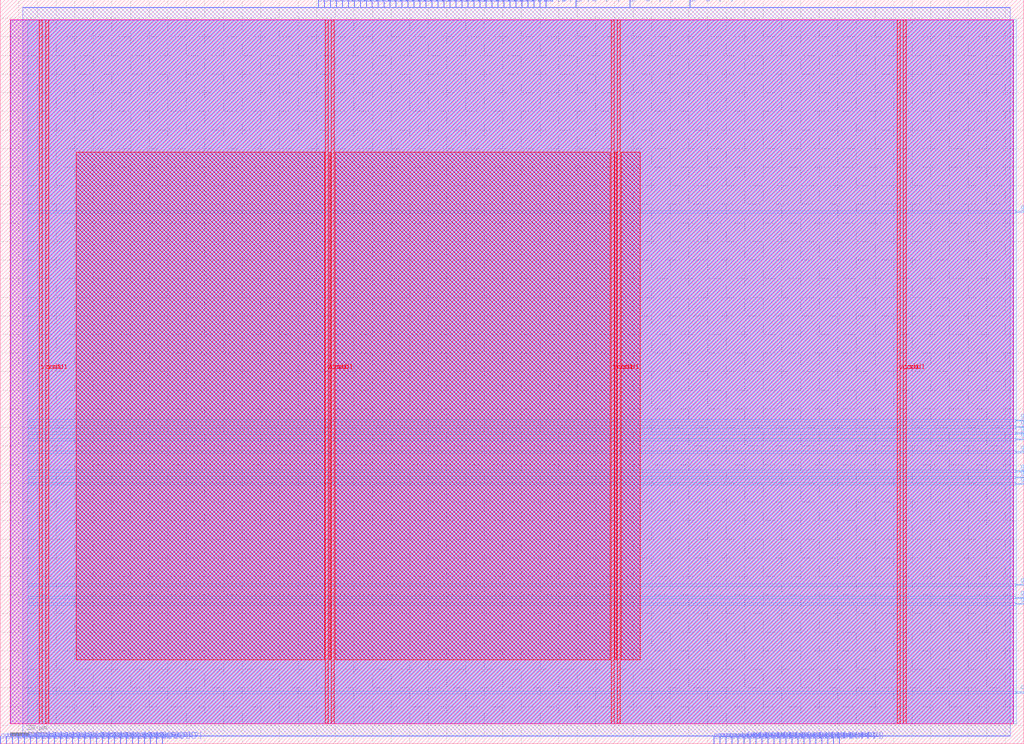
<source format=lef>
VERSION 5.7 ;
  NOWIREEXTENSIONATPIN ON ;
  DIVIDERCHAR "/" ;
  BUSBITCHARS "[]" ;
MACRO team_07
  CLASS BLOCK ;
  FOREIGN team_07 ;
  ORIGIN 0.000 0.000 ;
  SIZE 550.000 BY 400.000 ;
  PIN clk
    DIRECTION INPUT ;
    USE SIGNAL ;
    ANTENNAGATEAREA 0.852000 ;
    ANTENNADIFFAREA 0.434700 ;
    PORT
      LAYER met3 ;
        RECT 546.000 27.240 550.000 27.840 ;
    END
  END clk
  PIN en
    DIRECTION INPUT ;
    USE SIGNAL ;
    ANTENNAGATEAREA 0.196500 ;
    ANTENNADIFFAREA 0.434700 ;
    PORT
      LAYER met2 ;
        RECT 289.890 396.000 290.170 400.000 ;
    END
  END en
  PIN gpio_in[0]
    DIRECTION INPUT ;
    USE SIGNAL ;
    PORT
      LAYER met2 ;
        RECT 0.090 0.000 0.370 4.000 ;
    END
  END gpio_in[0]
  PIN gpio_in[10]
    DIRECTION INPUT ;
    USE SIGNAL ;
    PORT
      LAYER met2 ;
        RECT 3.310 0.000 3.590 4.000 ;
    END
  END gpio_in[10]
  PIN gpio_in[11]
    DIRECTION INPUT ;
    USE SIGNAL ;
    PORT
      LAYER met2 ;
        RECT 6.530 0.000 6.810 4.000 ;
    END
  END gpio_in[11]
  PIN gpio_in[12]
    DIRECTION INPUT ;
    USE SIGNAL ;
    PORT
      LAYER met2 ;
        RECT 9.750 0.000 10.030 4.000 ;
    END
  END gpio_in[12]
  PIN gpio_in[13]
    DIRECTION INPUT ;
    USE SIGNAL ;
    PORT
      LAYER met2 ;
        RECT 12.970 0.000 13.250 4.000 ;
    END
  END gpio_in[13]
  PIN gpio_in[14]
    DIRECTION INPUT ;
    USE SIGNAL ;
    PORT
      LAYER met2 ;
        RECT 16.190 0.000 16.470 4.000 ;
    END
  END gpio_in[14]
  PIN gpio_in[15]
    DIRECTION INPUT ;
    USE SIGNAL ;
    PORT
      LAYER met2 ;
        RECT 19.410 0.000 19.690 4.000 ;
    END
  END gpio_in[15]
  PIN gpio_in[16]
    DIRECTION INPUT ;
    USE SIGNAL ;
    PORT
      LAYER met2 ;
        RECT 22.630 0.000 22.910 4.000 ;
    END
  END gpio_in[16]
  PIN gpio_in[17]
    DIRECTION INPUT ;
    USE SIGNAL ;
    PORT
      LAYER met2 ;
        RECT 25.850 0.000 26.130 4.000 ;
    END
  END gpio_in[17]
  PIN gpio_in[18]
    DIRECTION INPUT ;
    USE SIGNAL ;
    ANTENNAGATEAREA 0.213000 ;
    ANTENNADIFFAREA 0.434700 ;
    PORT
      LAYER met2 ;
        RECT 293.110 396.000 293.390 400.000 ;
    END
  END gpio_in[18]
  PIN gpio_in[19]
    DIRECTION INPUT ;
    USE SIGNAL ;
    ANTENNAGATEAREA 0.213000 ;
    ANTENNADIFFAREA 0.434700 ;
    PORT
      LAYER met2 ;
        RECT 309.210 396.000 309.490 400.000 ;
    END
  END gpio_in[19]
  PIN gpio_in[1]
    DIRECTION INPUT ;
    USE SIGNAL ;
    PORT
      LAYER met2 ;
        RECT 29.070 0.000 29.350 4.000 ;
    END
  END gpio_in[1]
  PIN gpio_in[20]
    DIRECTION INPUT ;
    USE SIGNAL ;
    ANTENNAGATEAREA 0.213000 ;
    ANTENNADIFFAREA 0.434700 ;
    PORT
      LAYER met2 ;
        RECT 338.190 396.000 338.470 400.000 ;
    END
  END gpio_in[20]
  PIN gpio_in[21]
    DIRECTION INPUT ;
    USE SIGNAL ;
    ANTENNAGATEAREA 0.213000 ;
    ANTENNADIFFAREA 0.434700 ;
    PORT
      LAYER met2 ;
        RECT 370.390 396.000 370.670 400.000 ;
    END
  END gpio_in[21]
  PIN gpio_in[22]
    DIRECTION INPUT ;
    USE SIGNAL ;
    ANTENNAGATEAREA 0.213000 ;
    ANTENNADIFFAREA 0.434700 ;
    PORT
      LAYER met2 ;
        RECT 280.230 396.000 280.510 400.000 ;
    END
  END gpio_in[22]
  PIN gpio_in[23]
    DIRECTION INPUT ;
    USE SIGNAL ;
    ANTENNAGATEAREA 0.213000 ;
    ANTENNADIFFAREA 0.434700 ;
    PORT
      LAYER met2 ;
        RECT 283.450 396.000 283.730 400.000 ;
    END
  END gpio_in[23]
  PIN gpio_in[24]
    DIRECTION INPUT ;
    USE SIGNAL ;
    PORT
      LAYER met2 ;
        RECT 32.290 0.000 32.570 4.000 ;
    END
  END gpio_in[24]
  PIN gpio_in[25]
    DIRECTION INPUT ;
    USE SIGNAL ;
    PORT
      LAYER met2 ;
        RECT 35.510 0.000 35.790 4.000 ;
    END
  END gpio_in[25]
  PIN gpio_in[26]
    DIRECTION INPUT ;
    USE SIGNAL ;
    PORT
      LAYER met2 ;
        RECT 38.730 0.000 39.010 4.000 ;
    END
  END gpio_in[26]
  PIN gpio_in[27]
    DIRECTION INPUT ;
    USE SIGNAL ;
    PORT
      LAYER met2 ;
        RECT 41.950 0.000 42.230 4.000 ;
    END
  END gpio_in[27]
  PIN gpio_in[28]
    DIRECTION INPUT ;
    USE SIGNAL ;
    PORT
      LAYER met2 ;
        RECT 45.170 0.000 45.450 4.000 ;
    END
  END gpio_in[28]
  PIN gpio_in[29]
    DIRECTION INPUT ;
    USE SIGNAL ;
    PORT
      LAYER met2 ;
        RECT 48.390 0.000 48.670 4.000 ;
    END
  END gpio_in[29]
  PIN gpio_in[2]
    DIRECTION INPUT ;
    USE SIGNAL ;
    PORT
      LAYER met2 ;
        RECT 51.610 0.000 51.890 4.000 ;
    END
  END gpio_in[2]
  PIN gpio_in[30]
    DIRECTION INPUT ;
    USE SIGNAL ;
    PORT
      LAYER met2 ;
        RECT 54.830 0.000 55.110 4.000 ;
    END
  END gpio_in[30]
  PIN gpio_in[31]
    DIRECTION INPUT ;
    USE SIGNAL ;
    PORT
      LAYER met2 ;
        RECT 58.050 0.000 58.330 4.000 ;
    END
  END gpio_in[31]
  PIN gpio_in[32]
    DIRECTION INPUT ;
    USE SIGNAL ;
    PORT
      LAYER met2 ;
        RECT 61.270 0.000 61.550 4.000 ;
    END
  END gpio_in[32]
  PIN gpio_in[33]
    DIRECTION INPUT ;
    USE SIGNAL ;
    PORT
      LAYER met2 ;
        RECT 64.490 0.000 64.770 4.000 ;
    END
  END gpio_in[33]
  PIN gpio_in[3]
    DIRECTION INPUT ;
    USE SIGNAL ;
    PORT
      LAYER met2 ;
        RECT 67.710 0.000 67.990 4.000 ;
    END
  END gpio_in[3]
  PIN gpio_in[4]
    DIRECTION INPUT ;
    USE SIGNAL ;
    PORT
      LAYER met2 ;
        RECT 70.930 0.000 71.210 4.000 ;
    END
  END gpio_in[4]
  PIN gpio_in[5]
    DIRECTION INPUT ;
    USE SIGNAL ;
    PORT
      LAYER met2 ;
        RECT 74.150 0.000 74.430 4.000 ;
    END
  END gpio_in[5]
  PIN gpio_in[6]
    DIRECTION INPUT ;
    USE SIGNAL ;
    PORT
      LAYER met2 ;
        RECT 77.370 0.000 77.650 4.000 ;
    END
  END gpio_in[6]
  PIN gpio_in[7]
    DIRECTION INPUT ;
    USE SIGNAL ;
    PORT
      LAYER met2 ;
        RECT 80.590 0.000 80.870 4.000 ;
    END
  END gpio_in[7]
  PIN gpio_in[8]
    DIRECTION INPUT ;
    USE SIGNAL ;
    PORT
      LAYER met2 ;
        RECT 83.810 0.000 84.090 4.000 ;
    END
  END gpio_in[8]
  PIN gpio_in[9]
    DIRECTION INPUT ;
    USE SIGNAL ;
    PORT
      LAYER met2 ;
        RECT 87.030 0.000 87.310 4.000 ;
    END
  END gpio_in[9]
  PIN gpio_oeb[0]
    DIRECTION OUTPUT ;
    USE SIGNAL ;
    ANTENNADIFFAREA 0.445500 ;
    PORT
      LAYER met2 ;
        RECT 450.890 0.000 451.170 4.000 ;
    END
  END gpio_oeb[0]
  PIN gpio_oeb[10]
    DIRECTION OUTPUT ;
    USE SIGNAL ;
    ANTENNADIFFAREA 0.445500 ;
    PORT
      LAYER met2 ;
        RECT 170.750 396.000 171.030 400.000 ;
    END
  END gpio_oeb[10]
  PIN gpio_oeb[11]
    DIRECTION OUTPUT ;
    USE SIGNAL ;
    ANTENNADIFFAREA 0.445500 ;
    PORT
      LAYER met2 ;
        RECT 277.010 396.000 277.290 400.000 ;
    END
  END gpio_oeb[11]
  PIN gpio_oeb[12]
    DIRECTION OUTPUT ;
    USE SIGNAL ;
    ANTENNADIFFAREA 0.445500 ;
    PORT
      LAYER met2 ;
        RECT 260.910 396.000 261.190 400.000 ;
    END
  END gpio_oeb[12]
  PIN gpio_oeb[13]
    DIRECTION OUTPUT ;
    USE SIGNAL ;
    ANTENNADIFFAREA 0.445500 ;
    PORT
      LAYER met2 ;
        RECT 267.350 396.000 267.630 400.000 ;
    END
  END gpio_oeb[13]
  PIN gpio_oeb[14]
    DIRECTION OUTPUT ;
    USE SIGNAL ;
    ANTENNADIFFAREA 0.445500 ;
    PORT
      LAYER met2 ;
        RECT 183.630 396.000 183.910 400.000 ;
    END
  END gpio_oeb[14]
  PIN gpio_oeb[15]
    DIRECTION OUTPUT ;
    USE SIGNAL ;
    ANTENNADIFFAREA 0.445500 ;
    PORT
      LAYER met2 ;
        RECT 190.070 396.000 190.350 400.000 ;
    END
  END gpio_oeb[15]
  PIN gpio_oeb[16]
    DIRECTION OUTPUT ;
    USE SIGNAL ;
    ANTENNADIFFAREA 0.445500 ;
    PORT
      LAYER met2 ;
        RECT 209.390 396.000 209.670 400.000 ;
    END
  END gpio_oeb[16]
  PIN gpio_oeb[17]
    DIRECTION OUTPUT ;
    USE SIGNAL ;
    ANTENNADIFFAREA 0.445500 ;
    PORT
      LAYER met2 ;
        RECT 202.950 396.000 203.230 400.000 ;
    END
  END gpio_oeb[17]
  PIN gpio_oeb[18]
    DIRECTION OUTPUT ;
    USE SIGNAL ;
    ANTENNADIFFAREA 0.445500 ;
    PORT
      LAYER met2 ;
        RECT 399.370 0.000 399.650 4.000 ;
    END
  END gpio_oeb[18]
  PIN gpio_oeb[19]
    DIRECTION OUTPUT ;
    USE SIGNAL ;
    ANTENNADIFFAREA 0.445500 ;
    PORT
      LAYER met2 ;
        RECT 444.450 0.000 444.730 4.000 ;
    END
  END gpio_oeb[19]
  PIN gpio_oeb[1]
    DIRECTION OUTPUT ;
    USE SIGNAL ;
    ANTENNADIFFAREA 0.445500 ;
    PORT
      LAYER met2 ;
        RECT 409.030 0.000 409.310 4.000 ;
    END
  END gpio_oeb[1]
  PIN gpio_oeb[20]
    DIRECTION OUTPUT ;
    USE SIGNAL ;
    ANTENNADIFFAREA 0.445500 ;
    PORT
      LAYER met2 ;
        RECT 405.810 0.000 406.090 4.000 ;
    END
  END gpio_oeb[20]
  PIN gpio_oeb[21]
    DIRECTION OUTPUT ;
    USE SIGNAL ;
    ANTENNADIFFAREA 0.445500 ;
    PORT
      LAYER met2 ;
        RECT 431.570 0.000 431.850 4.000 ;
    END
  END gpio_oeb[21]
  PIN gpio_oeb[22]
    DIRECTION OUTPUT ;
    USE SIGNAL ;
    ANTENNADIFFAREA 0.445500 ;
    PORT
      LAYER met2 ;
        RECT 402.590 0.000 402.870 4.000 ;
    END
  END gpio_oeb[22]
  PIN gpio_oeb[23]
    DIRECTION OUTPUT ;
    USE SIGNAL ;
    ANTENNADIFFAREA 0.445500 ;
    PORT
      LAYER met2 ;
        RECT 441.230 0.000 441.510 4.000 ;
    END
  END gpio_oeb[23]
  PIN gpio_oeb[24]
    DIRECTION OUTPUT ;
    USE SIGNAL ;
    ANTENNADIFFAREA 0.445500 ;
    PORT
      LAYER met2 ;
        RECT 438.010 0.000 438.290 4.000 ;
    END
  END gpio_oeb[24]
  PIN gpio_oeb[25]
    DIRECTION OUTPUT ;
    USE SIGNAL ;
    ANTENNADIFFAREA 0.445500 ;
    PORT
      LAYER met2 ;
        RECT 425.130 0.000 425.410 4.000 ;
    END
  END gpio_oeb[25]
  PIN gpio_oeb[26]
    DIRECTION OUTPUT ;
    USE SIGNAL ;
    ANTENNADIFFAREA 0.445500 ;
    PORT
      LAYER met2 ;
        RECT 421.910 0.000 422.190 4.000 ;
    END
  END gpio_oeb[26]
  PIN gpio_oeb[27]
    DIRECTION OUTPUT ;
    USE SIGNAL ;
    ANTENNADIFFAREA 0.445500 ;
    PORT
      LAYER met2 ;
        RECT 396.150 0.000 396.430 4.000 ;
    END
  END gpio_oeb[27]
  PIN gpio_oeb[28]
    DIRECTION OUTPUT ;
    USE SIGNAL ;
    ANTENNADIFFAREA 0.445500 ;
    PORT
      LAYER met2 ;
        RECT 415.470 0.000 415.750 4.000 ;
    END
  END gpio_oeb[28]
  PIN gpio_oeb[29]
    DIRECTION OUTPUT ;
    USE SIGNAL ;
    ANTENNADIFFAREA 0.445500 ;
    PORT
      LAYER met2 ;
        RECT 392.930 0.000 393.210 4.000 ;
    END
  END gpio_oeb[29]
  PIN gpio_oeb[2]
    DIRECTION OUTPUT ;
    USE SIGNAL ;
    ANTENNADIFFAREA 0.445500 ;
    PORT
      LAYER met2 ;
        RECT 418.690 0.000 418.970 4.000 ;
    END
  END gpio_oeb[2]
  PIN gpio_oeb[30]
    DIRECTION OUTPUT ;
    USE SIGNAL ;
    ANTENNADIFFAREA 0.445500 ;
    PORT
      LAYER met2 ;
        RECT 386.490 0.000 386.770 4.000 ;
    END
  END gpio_oeb[30]
  PIN gpio_oeb[31]
    DIRECTION OUTPUT ;
    USE SIGNAL ;
    ANTENNADIFFAREA 0.445500 ;
    PORT
      LAYER met2 ;
        RECT 383.270 0.000 383.550 4.000 ;
    END
  END gpio_oeb[31]
  PIN gpio_oeb[32]
    DIRECTION OUTPUT ;
    USE SIGNAL ;
    ANTENNADIFFAREA 0.445500 ;
    PORT
      LAYER met2 ;
        RECT 447.670 0.000 447.950 4.000 ;
    END
  END gpio_oeb[32]
  PIN gpio_oeb[33]
    DIRECTION OUTPUT ;
    USE SIGNAL ;
    ANTENNADIFFAREA 0.445500 ;
    PORT
      LAYER met2 ;
        RECT 428.350 0.000 428.630 4.000 ;
    END
  END gpio_oeb[33]
  PIN gpio_oeb[3]
    DIRECTION OUTPUT ;
    USE SIGNAL ;
    ANTENNADIFFAREA 0.445500 ;
    PORT
      LAYER met2 ;
        RECT 389.710 0.000 389.990 4.000 ;
    END
  END gpio_oeb[3]
  PIN gpio_oeb[4]
    DIRECTION OUTPUT ;
    USE SIGNAL ;
    ANTENNADIFFAREA 0.445500 ;
    PORT
      LAYER met2 ;
        RECT 434.790 0.000 435.070 4.000 ;
    END
  END gpio_oeb[4]
  PIN gpio_oeb[5]
    DIRECTION OUTPUT ;
    USE SIGNAL ;
    ANTENNADIFFAREA 0.445500 ;
    PORT
      LAYER met2 ;
        RECT 412.250 0.000 412.530 4.000 ;
    END
  END gpio_oeb[5]
  PIN gpio_oeb[6]
    DIRECTION OUTPUT ;
    USE SIGNAL ;
    ANTENNADIFFAREA 0.445500 ;
    PORT
      LAYER met2 ;
        RECT 257.690 396.000 257.970 400.000 ;
    END
  END gpio_oeb[6]
  PIN gpio_oeb[7]
    DIRECTION OUTPUT ;
    USE SIGNAL ;
    ANTENNADIFFAREA 0.445500 ;
    PORT
      LAYER met2 ;
        RECT 222.270 396.000 222.550 400.000 ;
    END
  END gpio_oeb[7]
  PIN gpio_oeb[8]
    DIRECTION OUTPUT ;
    USE SIGNAL ;
    ANTENNADIFFAREA 0.445500 ;
    PORT
      LAYER met2 ;
        RECT 254.470 396.000 254.750 400.000 ;
    END
  END gpio_oeb[8]
  PIN gpio_oeb[9]
    DIRECTION OUTPUT ;
    USE SIGNAL ;
    ANTENNADIFFAREA 0.445500 ;
    PORT
      LAYER met2 ;
        RECT 180.410 396.000 180.690 400.000 ;
    END
  END gpio_oeb[9]
  PIN gpio_out[0]
    DIRECTION OUTPUT ;
    USE SIGNAL ;
    ANTENNADIFFAREA 0.445500 ;
    PORT
      LAYER met2 ;
        RECT 238.370 396.000 238.650 400.000 ;
    END
  END gpio_out[0]
  PIN gpio_out[10]
    DIRECTION OUTPUT ;
    USE SIGNAL ;
    ANTENNADIFFAREA 0.445500 ;
    PORT
      LAYER met3 ;
        RECT 546.000 139.440 550.000 140.040 ;
    END
  END gpio_out[10]
  PIN gpio_out[11]
    DIRECTION OUTPUT ;
    USE SIGNAL ;
    ANTENNADIFFAREA 0.445500 ;
    PORT
      LAYER met3 ;
        RECT 546.000 156.440 550.000 157.040 ;
    END
  END gpio_out[11]
  PIN gpio_out[12]
    DIRECTION OUTPUT ;
    USE SIGNAL ;
    ANTENNADIFFAREA 0.445500 ;
    PORT
      LAYER met3 ;
        RECT 546.000 170.040 550.000 170.640 ;
    END
  END gpio_out[12]
  PIN gpio_out[13]
    DIRECTION OUTPUT ;
    USE SIGNAL ;
    ANTENNADIFFAREA 0.445500 ;
    PORT
      LAYER met3 ;
        RECT 546.000 142.840 550.000 143.440 ;
    END
  END gpio_out[13]
  PIN gpio_out[14]
    DIRECTION OUTPUT ;
    USE SIGNAL ;
    ANTENNADIFFAREA 0.445500 ;
    PORT
      LAYER met3 ;
        RECT 546.000 166.640 550.000 167.240 ;
    END
  END gpio_out[14]
  PIN gpio_out[15]
    DIRECTION OUTPUT ;
    USE SIGNAL ;
    ANTENNADIFFAREA 0.445500 ;
    PORT
      LAYER met3 ;
        RECT 546.000 173.440 550.000 174.040 ;
    END
  END gpio_out[15]
  PIN gpio_out[16]
    DIRECTION OUTPUT ;
    USE SIGNAL ;
    ANTENNADIFFAREA 0.445500 ;
    PORT
      LAYER met3 ;
        RECT 546.000 163.240 550.000 163.840 ;
    END
  END gpio_out[16]
  PIN gpio_out[17]
    DIRECTION OUTPUT ;
    USE SIGNAL ;
    ANTENNADIFFAREA 0.445500 ;
    PORT
      LAYER met3 ;
        RECT 546.000 285.640 550.000 286.240 ;
    END
  END gpio_out[17]
  PIN gpio_out[18]
    DIRECTION OUTPUT ;
    USE SIGNAL ;
    ANTENNADIFFAREA 0.445500 ;
    PORT
      LAYER met2 ;
        RECT 231.930 396.000 232.210 400.000 ;
    END
  END gpio_out[18]
  PIN gpio_out[19]
    DIRECTION OUTPUT ;
    USE SIGNAL ;
    ANTENNADIFFAREA 0.445500 ;
    PORT
      LAYER met2 ;
        RECT 199.730 396.000 200.010 400.000 ;
    END
  END gpio_out[19]
  PIN gpio_out[1]
    DIRECTION OUTPUT ;
    USE SIGNAL ;
    ANTENNADIFFAREA 0.445500 ;
    PORT
      LAYER met2 ;
        RECT 270.570 396.000 270.850 400.000 ;
    END
  END gpio_out[1]
  PIN gpio_out[20]
    DIRECTION OUTPUT ;
    USE SIGNAL ;
    ANTENNADIFFAREA 0.445500 ;
    PORT
      LAYER met2 ;
        RECT 196.510 396.000 196.790 400.000 ;
    END
  END gpio_out[20]
  PIN gpio_out[21]
    DIRECTION OUTPUT ;
    USE SIGNAL ;
    ANTENNADIFFAREA 0.445500 ;
    PORT
      LAYER met2 ;
        RECT 251.250 396.000 251.530 400.000 ;
    END
  END gpio_out[21]
  PIN gpio_out[22]
    DIRECTION OUTPUT ;
    USE SIGNAL ;
    ANTENNADIFFAREA 0.445500 ;
    PORT
      LAYER met2 ;
        RECT 225.490 396.000 225.770 400.000 ;
    END
  END gpio_out[22]
  PIN gpio_out[23]
    DIRECTION OUTPUT ;
    USE SIGNAL ;
    ANTENNADIFFAREA 0.445500 ;
    PORT
      LAYER met2 ;
        RECT 193.290 396.000 193.570 400.000 ;
    END
  END gpio_out[23]
  PIN gpio_out[24]
    DIRECTION OUTPUT ;
    USE SIGNAL ;
    ANTENNADIFFAREA 0.445500 ;
    PORT
      LAYER met2 ;
        RECT 177.190 396.000 177.470 400.000 ;
    END
  END gpio_out[24]
  PIN gpio_out[25]
    DIRECTION OUTPUT ;
    USE SIGNAL ;
    ANTENNADIFFAREA 0.445500 ;
    PORT
      LAYER met2 ;
        RECT 173.970 396.000 174.250 400.000 ;
    END
  END gpio_out[25]
  PIN gpio_out[26]
    DIRECTION OUTPUT ;
    USE SIGNAL ;
    ANTENNADIFFAREA 0.445500 ;
    PORT
      LAYER met2 ;
        RECT 215.830 396.000 216.110 400.000 ;
    END
  END gpio_out[26]
  PIN gpio_out[27]
    DIRECTION OUTPUT ;
    USE SIGNAL ;
    ANTENNADIFFAREA 0.445500 ;
    PORT
      LAYER met2 ;
        RECT 235.150 396.000 235.430 400.000 ;
    END
  END gpio_out[27]
  PIN gpio_out[28]
    DIRECTION OUTPUT ;
    USE SIGNAL ;
    ANTENNADIFFAREA 0.445500 ;
    PORT
      LAYER met2 ;
        RECT 241.590 396.000 241.870 400.000 ;
    END
  END gpio_out[28]
  PIN gpio_out[29]
    DIRECTION OUTPUT ;
    USE SIGNAL ;
    ANTENNADIFFAREA 0.445500 ;
    PORT
      LAYER met2 ;
        RECT 264.130 396.000 264.410 400.000 ;
    END
  END gpio_out[29]
  PIN gpio_out[2]
    DIRECTION OUTPUT ;
    USE SIGNAL ;
    ANTENNADIFFAREA 0.445500 ;
    PORT
      LAYER met2 ;
        RECT 219.050 396.000 219.330 400.000 ;
    END
  END gpio_out[2]
  PIN gpio_out[30]
    DIRECTION OUTPUT ;
    USE SIGNAL ;
    ANTENNADIFFAREA 0.445500 ;
    PORT
      LAYER met2 ;
        RECT 248.030 396.000 248.310 400.000 ;
    END
  END gpio_out[30]
  PIN gpio_out[31]
    DIRECTION OUTPUT ;
    USE SIGNAL ;
    ANTENNADIFFAREA 0.445500 ;
    PORT
      LAYER met2 ;
        RECT 212.610 396.000 212.890 400.000 ;
    END
  END gpio_out[31]
  PIN gpio_out[32]
    DIRECTION OUTPUT ;
    USE SIGNAL ;
    ANTENNADIFFAREA 0.445500 ;
    PORT
      LAYER met2 ;
        RECT 206.170 396.000 206.450 400.000 ;
    END
  END gpio_out[32]
  PIN gpio_out[33]
    DIRECTION OUTPUT ;
    USE SIGNAL ;
    ANTENNADIFFAREA 0.445500 ;
    PORT
      LAYER met2 ;
        RECT 228.710 396.000 228.990 400.000 ;
    END
  END gpio_out[33]
  PIN gpio_out[3]
    DIRECTION OUTPUT ;
    USE SIGNAL ;
    ANTENNADIFFAREA 0.445500 ;
    PORT
      LAYER met2 ;
        RECT 186.850 396.000 187.130 400.000 ;
    END
  END gpio_out[3]
  PIN gpio_out[4]
    DIRECTION OUTPUT ;
    USE SIGNAL ;
    ANTENNADIFFAREA 0.445500 ;
    PORT
      LAYER met2 ;
        RECT 244.810 396.000 245.090 400.000 ;
    END
  END gpio_out[4]
  PIN gpio_out[5]
    DIRECTION OUTPUT ;
    USE SIGNAL ;
    ANTENNADIFFAREA 0.445500 ;
    PORT
      LAYER met2 ;
        RECT 273.790 396.000 274.070 400.000 ;
    END
  END gpio_out[5]
  PIN gpio_out[6]
    DIRECTION OUTPUT ;
    USE SIGNAL ;
    ANTENNADIFFAREA 0.445500 ;
    PORT
      LAYER met3 ;
        RECT 546.000 85.040 550.000 85.640 ;
    END
  END gpio_out[6]
  PIN gpio_out[7]
    DIRECTION OUTPUT ;
    USE SIGNAL ;
    ANTENNADIFFAREA 0.445500 ;
    PORT
      LAYER met3 ;
        RECT 546.000 78.240 550.000 78.840 ;
    END
  END gpio_out[7]
  PIN gpio_out[8]
    DIRECTION OUTPUT ;
    USE SIGNAL ;
    ANTENNADIFFAREA 0.445500 ;
    PORT
      LAYER met3 ;
        RECT 546.000 74.840 550.000 75.440 ;
    END
  END gpio_out[8]
  PIN gpio_out[9]
    DIRECTION OUTPUT ;
    USE SIGNAL ;
    ANTENNADIFFAREA 0.445500 ;
    PORT
      LAYER met3 ;
        RECT 546.000 146.240 550.000 146.840 ;
    END
  END gpio_out[9]
  PIN nrst
    DIRECTION INPUT ;
    USE SIGNAL ;
    ANTENNAGATEAREA 0.196500 ;
    ANTENNADIFFAREA 0.434700 ;
    PORT
      LAYER met2 ;
        RECT 286.670 396.000 286.950 400.000 ;
    END
  END nrst
  PIN vccd1
    DIRECTION INOUT ;
    USE POWER ;
    PORT
      LAYER met4 ;
        RECT 21.040 10.640 22.640 389.200 ;
    END
    PORT
      LAYER met4 ;
        RECT 174.640 10.640 176.240 389.200 ;
    END
    PORT
      LAYER met4 ;
        RECT 328.240 10.640 329.840 389.200 ;
    END
    PORT
      LAYER met4 ;
        RECT 481.840 10.640 483.440 389.200 ;
    END
  END vccd1
  PIN vssd1
    DIRECTION INOUT ;
    USE GROUND ;
    PORT
      LAYER met4 ;
        RECT 24.340 10.640 25.940 389.200 ;
    END
    PORT
      LAYER met4 ;
        RECT 177.940 10.640 179.540 389.200 ;
    END
    PORT
      LAYER met4 ;
        RECT 331.540 10.640 333.140 389.200 ;
    END
    PORT
      LAYER met4 ;
        RECT 485.140 10.640 486.740 389.200 ;
    END
  END vssd1
  OBS
      LAYER nwell ;
        RECT 5.330 10.795 544.370 389.150 ;
      LAYER li1 ;
        RECT 5.520 10.795 544.180 389.045 ;
      LAYER met1 ;
        RECT 5.520 10.640 544.480 389.200 ;
      LAYER met2 ;
        RECT 12.060 395.720 170.470 396.000 ;
        RECT 171.310 395.720 173.690 396.000 ;
        RECT 174.530 395.720 176.910 396.000 ;
        RECT 177.750 395.720 180.130 396.000 ;
        RECT 180.970 395.720 183.350 396.000 ;
        RECT 184.190 395.720 186.570 396.000 ;
        RECT 187.410 395.720 189.790 396.000 ;
        RECT 190.630 395.720 193.010 396.000 ;
        RECT 193.850 395.720 196.230 396.000 ;
        RECT 197.070 395.720 199.450 396.000 ;
        RECT 200.290 395.720 202.670 396.000 ;
        RECT 203.510 395.720 205.890 396.000 ;
        RECT 206.730 395.720 209.110 396.000 ;
        RECT 209.950 395.720 212.330 396.000 ;
        RECT 213.170 395.720 215.550 396.000 ;
        RECT 216.390 395.720 218.770 396.000 ;
        RECT 219.610 395.720 221.990 396.000 ;
        RECT 222.830 395.720 225.210 396.000 ;
        RECT 226.050 395.720 228.430 396.000 ;
        RECT 229.270 395.720 231.650 396.000 ;
        RECT 232.490 395.720 234.870 396.000 ;
        RECT 235.710 395.720 238.090 396.000 ;
        RECT 238.930 395.720 241.310 396.000 ;
        RECT 242.150 395.720 244.530 396.000 ;
        RECT 245.370 395.720 247.750 396.000 ;
        RECT 248.590 395.720 250.970 396.000 ;
        RECT 251.810 395.720 254.190 396.000 ;
        RECT 255.030 395.720 257.410 396.000 ;
        RECT 258.250 395.720 260.630 396.000 ;
        RECT 261.470 395.720 263.850 396.000 ;
        RECT 264.690 395.720 267.070 396.000 ;
        RECT 267.910 395.720 270.290 396.000 ;
        RECT 271.130 395.720 273.510 396.000 ;
        RECT 274.350 395.720 276.730 396.000 ;
        RECT 277.570 395.720 279.950 396.000 ;
        RECT 280.790 395.720 283.170 396.000 ;
        RECT 284.010 395.720 286.390 396.000 ;
        RECT 287.230 395.720 289.610 396.000 ;
        RECT 290.450 395.720 292.830 396.000 ;
        RECT 293.670 395.720 308.930 396.000 ;
        RECT 309.770 395.720 337.910 396.000 ;
        RECT 338.750 395.720 370.110 396.000 ;
        RECT 370.950 395.720 542.700 396.000 ;
        RECT 12.060 4.280 542.700 395.720 ;
        RECT 12.060 4.000 12.690 4.280 ;
        RECT 13.530 4.000 15.910 4.280 ;
        RECT 16.750 4.000 19.130 4.280 ;
        RECT 19.970 4.000 22.350 4.280 ;
        RECT 23.190 4.000 25.570 4.280 ;
        RECT 26.410 4.000 28.790 4.280 ;
        RECT 29.630 4.000 32.010 4.280 ;
        RECT 32.850 4.000 35.230 4.280 ;
        RECT 36.070 4.000 38.450 4.280 ;
        RECT 39.290 4.000 41.670 4.280 ;
        RECT 42.510 4.000 44.890 4.280 ;
        RECT 45.730 4.000 48.110 4.280 ;
        RECT 48.950 4.000 51.330 4.280 ;
        RECT 52.170 4.000 54.550 4.280 ;
        RECT 55.390 4.000 57.770 4.280 ;
        RECT 58.610 4.000 60.990 4.280 ;
        RECT 61.830 4.000 64.210 4.280 ;
        RECT 65.050 4.000 67.430 4.280 ;
        RECT 68.270 4.000 70.650 4.280 ;
        RECT 71.490 4.000 73.870 4.280 ;
        RECT 74.710 4.000 77.090 4.280 ;
        RECT 77.930 4.000 80.310 4.280 ;
        RECT 81.150 4.000 83.530 4.280 ;
        RECT 84.370 4.000 86.750 4.280 ;
        RECT 87.590 4.000 382.990 4.280 ;
        RECT 383.830 4.000 386.210 4.280 ;
        RECT 387.050 4.000 389.430 4.280 ;
        RECT 390.270 4.000 392.650 4.280 ;
        RECT 393.490 4.000 395.870 4.280 ;
        RECT 396.710 4.000 399.090 4.280 ;
        RECT 399.930 4.000 402.310 4.280 ;
        RECT 403.150 4.000 405.530 4.280 ;
        RECT 406.370 4.000 408.750 4.280 ;
        RECT 409.590 4.000 411.970 4.280 ;
        RECT 412.810 4.000 415.190 4.280 ;
        RECT 416.030 4.000 418.410 4.280 ;
        RECT 419.250 4.000 421.630 4.280 ;
        RECT 422.470 4.000 424.850 4.280 ;
        RECT 425.690 4.000 428.070 4.280 ;
        RECT 428.910 4.000 431.290 4.280 ;
        RECT 432.130 4.000 434.510 4.280 ;
        RECT 435.350 4.000 437.730 4.280 ;
        RECT 438.570 4.000 440.950 4.280 ;
        RECT 441.790 4.000 444.170 4.280 ;
        RECT 445.010 4.000 447.390 4.280 ;
        RECT 448.230 4.000 450.610 4.280 ;
        RECT 451.450 4.000 542.700 4.280 ;
      LAYER met3 ;
        RECT 14.785 286.640 546.000 389.125 ;
        RECT 14.785 285.240 545.600 286.640 ;
        RECT 14.785 174.440 546.000 285.240 ;
        RECT 14.785 173.040 545.600 174.440 ;
        RECT 14.785 171.040 546.000 173.040 ;
        RECT 14.785 169.640 545.600 171.040 ;
        RECT 14.785 167.640 546.000 169.640 ;
        RECT 14.785 166.240 545.600 167.640 ;
        RECT 14.785 164.240 546.000 166.240 ;
        RECT 14.785 162.840 545.600 164.240 ;
        RECT 14.785 157.440 546.000 162.840 ;
        RECT 14.785 156.040 545.600 157.440 ;
        RECT 14.785 147.240 546.000 156.040 ;
        RECT 14.785 145.840 545.600 147.240 ;
        RECT 14.785 143.840 546.000 145.840 ;
        RECT 14.785 142.440 545.600 143.840 ;
        RECT 14.785 140.440 546.000 142.440 ;
        RECT 14.785 139.040 545.600 140.440 ;
        RECT 14.785 86.040 546.000 139.040 ;
        RECT 14.785 84.640 545.600 86.040 ;
        RECT 14.785 79.240 546.000 84.640 ;
        RECT 14.785 77.840 545.600 79.240 ;
        RECT 14.785 75.840 546.000 77.840 ;
        RECT 14.785 74.440 545.600 75.840 ;
        RECT 14.785 28.240 546.000 74.440 ;
        RECT 14.785 26.840 545.600 28.240 ;
        RECT 14.785 10.715 546.000 26.840 ;
      LAYER met4 ;
        RECT 40.775 45.055 174.240 318.065 ;
        RECT 176.640 45.055 177.540 318.065 ;
        RECT 179.940 45.055 327.840 318.065 ;
        RECT 330.240 45.055 331.140 318.065 ;
        RECT 333.540 45.055 343.785 318.065 ;
  END
END team_07
END LIBRARY


</source>
